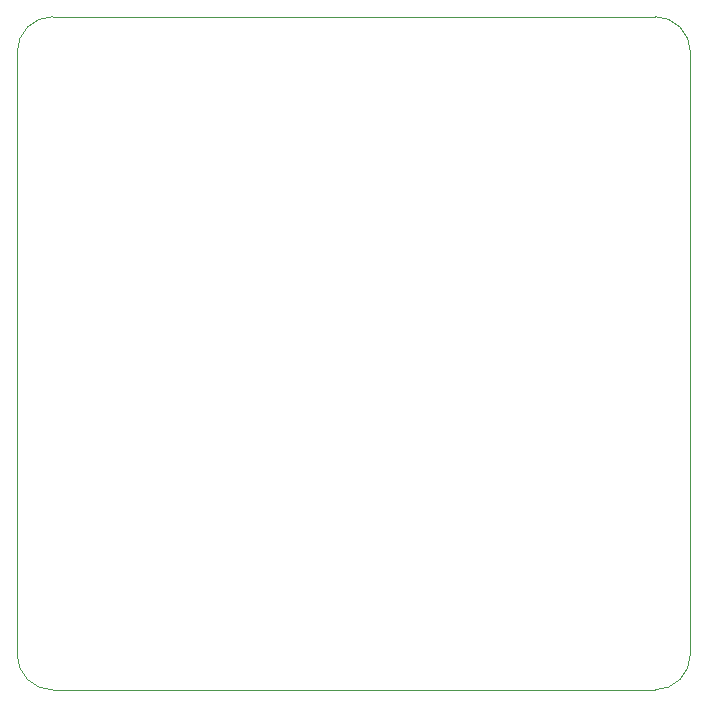
<source format=gbr>
%TF.GenerationSoftware,KiCad,Pcbnew,8.0.6*%
%TF.CreationDate,2024-11-05T11:41:55-08:00*%
%TF.ProjectId,Garage Door Opener,47617261-6765-4204-946f-6f72204f7065,rev?*%
%TF.SameCoordinates,Original*%
%TF.FileFunction,Profile,NP*%
%FSLAX46Y46*%
G04 Gerber Fmt 4.6, Leading zero omitted, Abs format (unit mm)*
G04 Created by KiCad (PCBNEW 8.0.6) date 2024-11-05 11:41:55*
%MOMM*%
%LPD*%
G01*
G04 APERTURE LIST*
%TA.AperFunction,Profile*%
%ADD10C,0.050000*%
%TD*%
G04 APERTURE END LIST*
D10*
X67000000Y-108000000D02*
G75*
G02*
X64000000Y-105000000I0J3000000D01*
G01*
X121000000Y-105000000D02*
G75*
G02*
X118000000Y-108000000I-3000000J0D01*
G01*
X64000000Y-54000000D02*
G75*
G02*
X67000000Y-51000000I3000000J0D01*
G01*
X118000000Y-51000000D02*
G75*
G02*
X121000000Y-54000000I0J-3000000D01*
G01*
X64000000Y-105000000D02*
X64000000Y-54000000D01*
X118000000Y-108000000D02*
X67000000Y-108000000D01*
X121000000Y-54000000D02*
X121000000Y-105000000D01*
X67000000Y-51000000D02*
X118000000Y-51000000D01*
M02*

</source>
